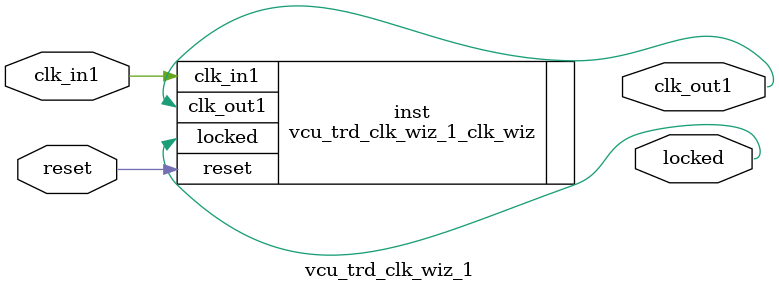
<source format=v>


`timescale 1ps/1ps

(* CORE_GENERATION_INFO = "vcu_trd_clk_wiz_1,clk_wiz_v6_0_1_0_0,{component_name=vcu_trd_clk_wiz_1,use_phase_alignment=false,use_min_o_jitter=false,use_max_i_jitter=false,use_dyn_phase_shift=false,use_inclk_switchover=false,use_dyn_reconfig=false,enable_axi=0,feedback_source=FDBK_AUTO,PRIMITIVE=MMCM,num_out_clk=1,clkin1_period=10.000,clkin2_period=10.000,use_power_down=false,use_reset=true,use_locked=true,use_inclk_stopped=false,feedback_type=SINGLE,CLOCK_MGR_TYPE=NA,manual_override=false}" *)

module vcu_trd_clk_wiz_1 
 (
  // Clock out ports
  output        clk_out1,
  // Status and control signals
  input         reset,
  output        locked,
 // Clock in ports
  input         clk_in1
 );

  vcu_trd_clk_wiz_1_clk_wiz inst
  (
  // Clock out ports  
  .clk_out1(clk_out1),
  // Status and control signals               
  .reset(reset), 
  .locked(locked),
 // Clock in ports
  .clk_in1(clk_in1)
  );

endmodule

</source>
